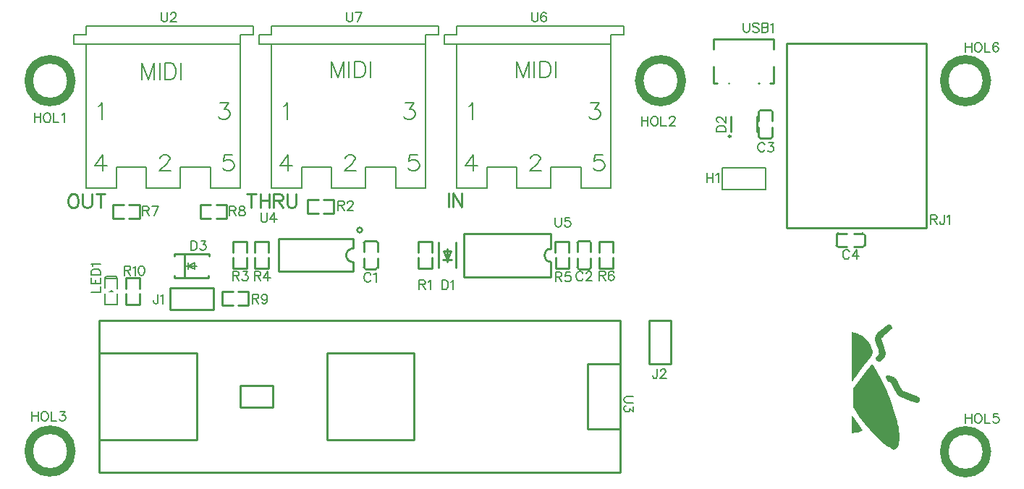
<source format=gto>
G04 Layer: TopSilkLayer*
G04 EasyEDA v6.4.19.5, 2021-06-03T13:00:10+02:00*
G04 3a470d2b41ee429cb137c5c572919131,563db0ff5b334ec4995e7372edb549dc,10*
G04 Gerber Generator version 0.2*
G04 Scale: 100 percent, Rotated: No, Reflected: No *
G04 Dimensions in millimeters *
G04 leading zeros omitted , absolute positions ,4 integer and 5 decimal *
%FSLAX45Y45*%
%MOMM*%

%ADD10C,0.2540*%
%ADD26C,1.0000*%
%ADD32C,0.2032*%
%ADD33C,0.1270*%
%ADD34C,0.1500*%
%ADD35C,0.1524*%
%ADD36C,0.2515*%

%LPD*%
G36*
X11852910Y9902698D02*
G01*
X11851335Y9902240D01*
X11848795Y9901021D01*
X11840921Y9896195D01*
X11830050Y9888728D01*
X11816740Y9879126D01*
X11801703Y9867798D01*
X11771833Y9844176D01*
X11759234Y9833864D01*
X11747855Y9824212D01*
X11737594Y9815118D01*
X11728450Y9806482D01*
X11720423Y9798253D01*
X11713464Y9790277D01*
X11707469Y9782556D01*
X11702542Y9774885D01*
X11698528Y9767265D01*
X11695480Y9759543D01*
X11693347Y9751669D01*
X11692026Y9743541D01*
X11691620Y9735108D01*
X11692026Y9726168D01*
X11693194Y9716770D01*
X11695125Y9706711D01*
X11697766Y9695942D01*
X11701119Y9684410D01*
X11705132Y9672015D01*
X11709755Y9658604D01*
X11722963Y9622129D01*
X11729212Y9603790D01*
X11733784Y9588601D01*
X11735409Y9582048D01*
X11736578Y9576155D01*
X11737390Y9570770D01*
X11737746Y9565944D01*
X11737746Y9561525D01*
X11737289Y9557512D01*
X11736425Y9553803D01*
X11735155Y9550400D01*
X11733479Y9547199D01*
X11731396Y9544151D01*
X11728907Y9541256D01*
X11726011Y9538309D01*
X11713616Y9527946D01*
X11709095Y9523831D01*
X11705488Y9519869D01*
X11702745Y9516059D01*
X11700916Y9512300D01*
X11700002Y9508439D01*
X11699900Y9504375D01*
X11700662Y9500057D01*
X11702237Y9495383D01*
X11704675Y9490252D01*
X11707876Y9484563D01*
X11711889Y9478162D01*
X11715394Y9473285D01*
X11718848Y9469120D01*
X11722404Y9465716D01*
X11726011Y9463024D01*
X11729720Y9461093D01*
X11733530Y9459925D01*
X11737492Y9459518D01*
X11741607Y9459874D01*
X11745874Y9460941D01*
X11750344Y9462820D01*
X11755069Y9465462D01*
X11759996Y9468916D01*
X11765178Y9473082D01*
X11770664Y9478060D01*
X11776456Y9483852D01*
X11786971Y9495332D01*
X11794896Y9504680D01*
X11801602Y9513417D01*
X11807088Y9521748D01*
X11811304Y9529927D01*
X11813032Y9534042D01*
X11814403Y9538208D01*
X11815521Y9542424D01*
X11816334Y9546793D01*
X11816892Y9551263D01*
X11817096Y9560712D01*
X11816791Y9565741D01*
X11815318Y9576562D01*
X11812828Y9588601D01*
X11809222Y9602114D01*
X11804599Y9617252D01*
X11798960Y9634321D01*
X11765940Y9729470D01*
X11765940Y9730638D01*
X11766651Y9732314D01*
X11769902Y9737090D01*
X11775389Y9743541D01*
X11782907Y9751466D01*
X11792153Y9760559D01*
X11802922Y9770618D01*
X11814911Y9781286D01*
X11847118Y9809022D01*
X11858752Y9819690D01*
X11869115Y9829596D01*
X11877903Y9838588D01*
X11884914Y9846360D01*
X11889892Y9852609D01*
X11891467Y9855047D01*
X11892483Y9857079D01*
X11892788Y9858552D01*
X11892229Y9862159D01*
X11890654Y9866376D01*
X11888216Y9870998D01*
X11885117Y9875824D01*
X11881408Y9880752D01*
X11877294Y9885527D01*
X11872976Y9890099D01*
X11868505Y9894163D01*
X11864136Y9897668D01*
X11859971Y9900361D01*
X11856212Y9902088D01*
G37*
G36*
X11416030Y9806482D02*
G01*
X11416131Y9466630D01*
X11416690Y9389364D01*
X11417655Y9323679D01*
X11418976Y9273235D01*
X11419738Y9254845D01*
X11420551Y9241637D01*
X11421414Y9234068D01*
X11422075Y9232290D01*
X11423294Y9233154D01*
X11425682Y9235541D01*
X11433454Y9244584D01*
X11444884Y9258655D01*
X11476228Y9298736D01*
X11515090Y9349638D01*
X11567058Y9418929D01*
X11605666Y9471304D01*
X11636552Y9514230D01*
X11647627Y9530181D01*
X11655044Y9541459D01*
X11657177Y9545116D01*
X11658701Y9548317D01*
X11660022Y9551822D01*
X11661089Y9555530D01*
X11661902Y9559442D01*
X11662816Y9567926D01*
X11662968Y9572498D01*
X11662562Y9582048D01*
X11661292Y9592208D01*
X11659209Y9602876D01*
X11656314Y9613950D01*
X11652707Y9625330D01*
X11648440Y9636912D01*
X11643410Y9648596D01*
X11637822Y9660280D01*
X11631625Y9671913D01*
X11624818Y9683292D01*
X11617553Y9694468D01*
X11609730Y9705238D01*
X11601500Y9715500D01*
X11592864Y9725202D01*
X11584228Y9733788D01*
X11575084Y9741712D01*
X11564924Y9749485D01*
X11553850Y9757003D01*
X11542115Y9764268D01*
X11529822Y9771126D01*
X11517071Y9777526D01*
X11504066Y9783368D01*
X11490960Y9788652D01*
X11477904Y9793224D01*
X11465001Y9797034D01*
X11452453Y9800031D01*
G37*
G36*
X11661089Y9431985D02*
G01*
X11660327Y9431934D01*
X11657838Y9430359D01*
X11654028Y9427006D01*
X11642902Y9415322D01*
X11627662Y9397644D01*
X11609019Y9374936D01*
X11587683Y9347962D01*
X11564315Y9317583D01*
X11440261Y9151213D01*
X11440261Y8930538D01*
X11471503Y8874760D01*
X11481917Y8857284D01*
X11493855Y8838844D01*
X11507063Y8819540D01*
X11521490Y8799474D01*
X11536984Y8778798D01*
X11553393Y8757716D01*
X11575084Y8730894D01*
X11593169Y8709253D01*
X11611813Y8687612D01*
X11630863Y8666073D01*
X11650167Y8644788D01*
X11684304Y8608568D01*
X11703812Y8588705D01*
X11727891Y8564930D01*
X11746788Y8546947D01*
X11765229Y8530082D01*
X11787428Y8510625D01*
X11804396Y8496655D01*
X11820448Y8484158D01*
X11835536Y8473338D01*
X11849506Y8464245D01*
X11859869Y8458200D01*
X11873687Y8450529D01*
X11886438Y8443823D01*
X11897563Y8438337D01*
X11906504Y8434374D01*
X11912600Y8432292D01*
X11914378Y8431987D01*
X11919864Y8433409D01*
X11927484Y8437321D01*
X11936323Y8443112D01*
X11945264Y8450173D01*
X11949226Y8453831D01*
X11952732Y8457590D01*
X11955932Y8461603D01*
X11958777Y8465921D01*
X11961317Y8470646D01*
X11963603Y8475878D01*
X11965686Y8481771D01*
X11967565Y8488375D01*
X11970969Y8504123D01*
X11974068Y8523884D01*
X11975947Y8539937D01*
X11977116Y8556853D01*
X11977624Y8579053D01*
X11977268Y8597646D01*
X11975846Y8621979D01*
X11973966Y8642248D01*
X11970664Y8668562D01*
X11966346Y8695994D01*
X11962130Y8718702D01*
X11957304Y8742019D01*
X11951766Y8765997D01*
X11945620Y8790584D01*
X11938863Y8815781D01*
X11931446Y8841587D01*
X11923369Y8867902D01*
X11914733Y8894826D01*
X11905437Y8922258D01*
X11892940Y8957310D01*
X11879478Y8993124D01*
X11865102Y9029700D01*
X11852910Y9059519D01*
X11840108Y9089745D01*
X11823293Y9128099D01*
X11805259Y9167774D01*
X11781434Y9218168D01*
X11765534Y9250730D01*
X11749836Y9281972D01*
X11734698Y9311386D01*
X11720271Y9338614D01*
X11706809Y9363252D01*
X11694515Y9384741D01*
X11683644Y9402775D01*
X11674449Y9416897D01*
X11667185Y9426600D01*
X11664289Y9429699D01*
X11662003Y9431528D01*
G37*
G36*
X11842546Y9299905D02*
G01*
X11837670Y9299854D01*
X11833453Y9299397D01*
X11829948Y9298584D01*
X11826849Y9297060D01*
X11824411Y9294723D01*
X11822684Y9291828D01*
X11821566Y9288272D01*
X11821058Y9284258D01*
X11821109Y9279890D01*
X11821718Y9275114D01*
X11822785Y9270136D01*
X11824309Y9265005D01*
X11826290Y9259773D01*
X11828678Y9254540D01*
X11831421Y9249410D01*
X11834469Y9244431D01*
X11837822Y9239707D01*
X11841429Y9235287D01*
X11845290Y9231325D01*
X11849303Y9227820D01*
X11853519Y9224873D01*
X11857786Y9222587D01*
X11864746Y9220200D01*
X11867388Y9218879D01*
X11870080Y9217050D01*
X11872874Y9214764D01*
X11875770Y9211919D01*
X11881967Y9204553D01*
X11888774Y9194850D01*
X11896394Y9182658D01*
X11904827Y9167723D01*
X11914276Y9149943D01*
X11958116Y9063532D01*
X12057227Y9022384D01*
X12098426Y9005925D01*
X12115901Y8999321D01*
X12131446Y8993733D01*
X12145213Y8989161D01*
X12157303Y8985554D01*
X12167870Y8982964D01*
X12176963Y8981287D01*
X12184735Y8980576D01*
X12188139Y8980525D01*
X12194133Y8981135D01*
X12196775Y8981744D01*
X12201296Y8983675D01*
X12203226Y8984945D01*
X12206528Y8988094D01*
X12209119Y8992006D01*
X12211202Y8996781D01*
X12212878Y9002268D01*
X12214301Y9008922D01*
X12215063Y9015069D01*
X12215215Y9020708D01*
X12214707Y9025940D01*
X12213590Y9030766D01*
X12211761Y9035186D01*
X12209221Y9039250D01*
X12206020Y9042908D01*
X12202058Y9046260D01*
X12197435Y9049308D01*
X12192050Y9052102D01*
X12013438Y9120327D01*
X11973509Y9199626D01*
X11965635Y9214307D01*
X11957608Y9228226D01*
X11949684Y9241078D01*
X11942064Y9252610D01*
X11934952Y9262364D01*
X11928551Y9270187D01*
X11923064Y9275622D01*
X11920778Y9277400D01*
X11916308Y9280042D01*
X11911228Y9282633D01*
X11905640Y9285173D01*
X11893296Y9289796D01*
X11879986Y9293758D01*
X11866575Y9296857D01*
X11860072Y9298076D01*
X11847982Y9299600D01*
G37*
G36*
X11422430Y8831884D02*
G01*
X11421719Y8831173D01*
X11421008Y8829446D01*
X11420297Y8826754D01*
X11419078Y8818575D01*
X11418062Y8806942D01*
X11417198Y8792159D01*
X11416538Y8774430D01*
X11416030Y8731453D01*
X11416030Y8623655D01*
X11469979Y8629396D01*
X11478615Y8630818D01*
X11486946Y8632545D01*
X11494922Y8634526D01*
X11502542Y8636762D01*
X11509654Y8639200D01*
X11516207Y8641791D01*
X11522252Y8644585D01*
X11527637Y8647480D01*
X11532311Y8650478D01*
X11536273Y8653576D01*
X11539423Y8656675D01*
X11541760Y8659774D01*
X11543131Y8662924D01*
X11543538Y8666022D01*
X11542928Y8669020D01*
X11541150Y8672169D01*
X11531854Y8686038D01*
X11516664Y8707526D01*
X11497665Y8733739D01*
X11471859Y8768689D01*
X11452250Y8794800D01*
X11435892Y8816136D01*
X11423243Y8831580D01*
G37*
D35*
X12750800Y8852915D02*
G01*
X12750800Y8743950D01*
X12823443Y8852915D02*
G01*
X12823443Y8743950D01*
X12750800Y8801100D02*
G01*
X12823443Y8801100D01*
X12888975Y8852915D02*
G01*
X12878561Y8847836D01*
X12868147Y8837421D01*
X12863068Y8827008D01*
X12857734Y8811260D01*
X12857734Y8785352D01*
X12863068Y8769858D01*
X12868147Y8759444D01*
X12878561Y8749029D01*
X12888975Y8743950D01*
X12909804Y8743950D01*
X12920218Y8749029D01*
X12930631Y8759444D01*
X12935711Y8769858D01*
X12941045Y8785352D01*
X12941045Y8811260D01*
X12935711Y8827008D01*
X12930631Y8837421D01*
X12920218Y8847836D01*
X12909804Y8852915D01*
X12888975Y8852915D01*
X12975336Y8852915D02*
G01*
X12975336Y8743950D01*
X12975336Y8743950D02*
G01*
X13037565Y8743950D01*
X13134340Y8852915D02*
G01*
X13082270Y8852915D01*
X13077190Y8806179D01*
X13082270Y8811260D01*
X13097763Y8816594D01*
X13113511Y8816594D01*
X13129006Y8811260D01*
X13139420Y8801100D01*
X13144500Y8785352D01*
X13144500Y8774937D01*
X13139420Y8759444D01*
X13129006Y8749029D01*
X13113511Y8743950D01*
X13097763Y8743950D01*
X13082270Y8749029D01*
X13077190Y8754110D01*
X13071856Y8764524D01*
X12750800Y13196316D02*
G01*
X12750800Y13087350D01*
X12823443Y13196316D02*
G01*
X12823443Y13087350D01*
X12750800Y13144500D02*
G01*
X12823443Y13144500D01*
X12888975Y13196316D02*
G01*
X12878561Y13191236D01*
X12868147Y13180821D01*
X12863068Y13170407D01*
X12857734Y13154660D01*
X12857734Y13128752D01*
X12863068Y13113257D01*
X12868147Y13102844D01*
X12878561Y13092429D01*
X12888975Y13087350D01*
X12909804Y13087350D01*
X12920218Y13092429D01*
X12930631Y13102844D01*
X12935711Y13113257D01*
X12941045Y13128752D01*
X12941045Y13154660D01*
X12935711Y13170407D01*
X12930631Y13180821D01*
X12920218Y13191236D01*
X12909804Y13196316D01*
X12888975Y13196316D01*
X12975336Y13196316D02*
G01*
X12975336Y13087350D01*
X12975336Y13087350D02*
G01*
X13037565Y13087350D01*
X13134340Y13180821D02*
G01*
X13129006Y13191236D01*
X13113511Y13196316D01*
X13103097Y13196316D01*
X13087350Y13191236D01*
X13077190Y13175487D01*
X13071856Y13149579D01*
X13071856Y13123671D01*
X13077190Y13102844D01*
X13087350Y13092429D01*
X13103097Y13087350D01*
X13108177Y13087350D01*
X13123925Y13092429D01*
X13134340Y13102844D01*
X13139420Y13118337D01*
X13139420Y13123671D01*
X13134340Y13139166D01*
X13123925Y13149579D01*
X13108177Y13154660D01*
X13103097Y13154660D01*
X13087350Y13149579D01*
X13077190Y13139166D01*
X13071856Y13123671D01*
X11393665Y10744708D02*
G01*
X11388331Y10755121D01*
X11377917Y10765536D01*
X11367757Y10770615D01*
X11346929Y10770615D01*
X11336515Y10765536D01*
X11326101Y10755121D01*
X11320767Y10744708D01*
X11315687Y10728960D01*
X11315687Y10703052D01*
X11320767Y10687558D01*
X11326101Y10677144D01*
X11336515Y10666729D01*
X11346929Y10661650D01*
X11367757Y10661650D01*
X11377917Y10666729D01*
X11388331Y10677144D01*
X11393665Y10687558D01*
X11479771Y10770615D02*
G01*
X11427955Y10697971D01*
X11505933Y10697971D01*
X11479771Y10770615D02*
G01*
X11479771Y10661650D01*
X12344412Y11177023D02*
G01*
X12344412Y11068057D01*
X12344412Y11177023D02*
G01*
X12391146Y11177023D01*
X12406642Y11171943D01*
X12411976Y11166609D01*
X12417056Y11156195D01*
X12417056Y11145781D01*
X12411976Y11135367D01*
X12406642Y11130287D01*
X12391146Y11125207D01*
X12344412Y11125207D01*
X12380729Y11125207D02*
G01*
X12417056Y11068057D01*
X12503414Y11177023D02*
G01*
X12503414Y11093965D01*
X12498080Y11078217D01*
X12492997Y11073137D01*
X12482583Y11068057D01*
X12472174Y11068057D01*
X12461760Y11073137D01*
X12456678Y11078217D01*
X12451344Y11093965D01*
X12451344Y11104379D01*
X12537706Y11156195D02*
G01*
X12548115Y11161529D01*
X12563612Y11177023D01*
X12563612Y11068057D01*
X8865615Y9055100D02*
G01*
X8787638Y9055100D01*
X8772143Y9050020D01*
X8761729Y9039605D01*
X8756650Y9023858D01*
X8756650Y9013444D01*
X8761729Y8997950D01*
X8772143Y8987536D01*
X8787638Y8982455D01*
X8865615Y8982455D01*
X8865615Y8937752D02*
G01*
X8865615Y8880602D01*
X8823959Y8911589D01*
X8823959Y8896095D01*
X8818879Y8885681D01*
X8813800Y8880602D01*
X8798052Y8875268D01*
X8787638Y8875268D01*
X8772143Y8880602D01*
X8761729Y8891015D01*
X8756650Y8906510D01*
X8756650Y8922004D01*
X8761729Y8937752D01*
X8766809Y8942831D01*
X8777224Y8948165D01*
X10154000Y13426168D02*
G01*
X10154000Y13348190D01*
X10159080Y13332696D01*
X10169494Y13322282D01*
X10185242Y13317202D01*
X10195656Y13317202D01*
X10211150Y13322282D01*
X10221564Y13332696D01*
X10226644Y13348190D01*
X10226644Y13426168D01*
X10333832Y13410674D02*
G01*
X10323418Y13421088D01*
X10307670Y13426168D01*
X10287096Y13426168D01*
X10271348Y13421088D01*
X10260934Y13410674D01*
X10260934Y13400260D01*
X10266268Y13389846D01*
X10271348Y13384512D01*
X10281762Y13379432D01*
X10313004Y13369018D01*
X10323418Y13363938D01*
X10328498Y13358604D01*
X10333832Y13348190D01*
X10333832Y13332696D01*
X10323418Y13322282D01*
X10307670Y13317202D01*
X10287096Y13317202D01*
X10271348Y13322282D01*
X10260934Y13332696D01*
X10368122Y13426168D02*
G01*
X10368122Y13317202D01*
X10368122Y13426168D02*
G01*
X10414858Y13426168D01*
X10430352Y13421088D01*
X10435686Y13415754D01*
X10440766Y13405340D01*
X10440766Y13394926D01*
X10435686Y13384512D01*
X10430352Y13379432D01*
X10414858Y13374352D01*
X10368122Y13374352D02*
G01*
X10414858Y13374352D01*
X10430352Y13369018D01*
X10435686Y13363938D01*
X10440766Y13353524D01*
X10440766Y13337776D01*
X10435686Y13327362D01*
X10430352Y13322282D01*
X10414858Y13317202D01*
X10368122Y13317202D01*
X10475056Y13405340D02*
G01*
X10485470Y13410674D01*
X10500964Y13426168D01*
X10500964Y13317202D01*
D32*
X7498097Y12979123D02*
G01*
X7498097Y12785321D01*
X7498097Y12979123D02*
G01*
X7572011Y12785321D01*
X7645925Y12979123D02*
G01*
X7572011Y12785321D01*
X7645925Y12979123D02*
G01*
X7645925Y12785321D01*
X7706885Y12979123D02*
G01*
X7706885Y12785321D01*
X7767845Y12979123D02*
G01*
X7767845Y12785321D01*
X7767845Y12979123D02*
G01*
X7832361Y12979123D01*
X7860047Y12969979D01*
X7878589Y12951437D01*
X7887987Y12933149D01*
X7897131Y12905209D01*
X7897131Y12859235D01*
X7887987Y12831549D01*
X7878589Y12813007D01*
X7860047Y12794465D01*
X7832361Y12785321D01*
X7767845Y12785321D01*
X7958091Y12979123D02*
G01*
X7958091Y12785321D01*
D36*
X6701599Y11434063D02*
G01*
X6701599Y11274044D01*
X6751891Y11434063D02*
G01*
X6751891Y11274044D01*
X6751891Y11434063D02*
G01*
X6858571Y11274044D01*
X6858571Y11434063D02*
G01*
X6858571Y11274044D01*
D32*
X8367539Y12490175D02*
G01*
X8469139Y12490175D01*
X8413767Y12416261D01*
X8441453Y12416261D01*
X8459741Y12407117D01*
X8469139Y12397973D01*
X8478283Y12370287D01*
X8478283Y12351745D01*
X8469139Y12324059D01*
X8450597Y12305517D01*
X8422911Y12296373D01*
X8395225Y12296373D01*
X8367539Y12305517D01*
X8358141Y12314661D01*
X8348997Y12333203D01*
X6939297Y12453345D02*
G01*
X6957839Y12462489D01*
X6985525Y12490175D01*
X6985525Y12296373D01*
X8510541Y11886925D02*
G01*
X8418339Y11886925D01*
X8408941Y11803867D01*
X8418339Y11813011D01*
X8446025Y11822409D01*
X8473711Y11822409D01*
X8501397Y11813011D01*
X8519939Y11794723D01*
X8529083Y11767037D01*
X8529083Y11748495D01*
X8519939Y11720809D01*
X8501397Y11702267D01*
X8473711Y11693123D01*
X8446025Y11693123D01*
X8418339Y11702267D01*
X8408941Y11711411D01*
X8399797Y11729953D01*
X7664216Y11840951D02*
G01*
X7664216Y11850095D01*
X7673614Y11868637D01*
X7682758Y11877781D01*
X7701300Y11886925D01*
X7738130Y11886925D01*
X7756672Y11877781D01*
X7765816Y11868637D01*
X7775214Y11850095D01*
X7775214Y11831553D01*
X7765816Y11813011D01*
X7747528Y11785325D01*
X7655072Y11693123D01*
X7784358Y11693123D01*
X6993653Y11886925D02*
G01*
X6901197Y11757639D01*
X7039627Y11757639D01*
X6993653Y11886925D02*
G01*
X6993653Y11693123D01*
D35*
X7675900Y13550115D02*
G01*
X7675900Y13472137D01*
X7680980Y13456643D01*
X7691394Y13446229D01*
X7707139Y13441149D01*
X7717556Y13441149D01*
X7733050Y13446229D01*
X7743464Y13456643D01*
X7748544Y13472137D01*
X7748544Y13550115D01*
X7845318Y13534621D02*
G01*
X7839984Y13545035D01*
X7824490Y13550115D01*
X7814076Y13550115D01*
X7798582Y13545035D01*
X7788168Y13529287D01*
X7782834Y13503379D01*
X7782834Y13477471D01*
X7788168Y13456643D01*
X7798582Y13446229D01*
X7814076Y13441149D01*
X7819410Y13441149D01*
X7834904Y13446229D01*
X7845318Y13456643D01*
X7850398Y13472137D01*
X7850398Y13477471D01*
X7845318Y13492965D01*
X7834904Y13503379D01*
X7819410Y13508459D01*
X7814076Y13508459D01*
X7798582Y13503379D01*
X7788168Y13492965D01*
X7782834Y13477471D01*
D32*
X5330596Y12979123D02*
G01*
X5330596Y12785321D01*
X5330596Y12979123D02*
G01*
X5404510Y12785321D01*
X5478424Y12979123D02*
G01*
X5404510Y12785321D01*
X5478424Y12979123D02*
G01*
X5478424Y12785321D01*
X5539384Y12979123D02*
G01*
X5539384Y12785321D01*
X5600344Y12979123D02*
G01*
X5600344Y12785321D01*
X5600344Y12979123D02*
G01*
X5664860Y12979123D01*
X5692546Y12969979D01*
X5711088Y12951437D01*
X5720486Y12933149D01*
X5729630Y12905209D01*
X5729630Y12859235D01*
X5720486Y12831549D01*
X5711088Y12813007D01*
X5692546Y12794465D01*
X5664860Y12785321D01*
X5600344Y12785321D01*
X5790590Y12979123D02*
G01*
X5790590Y12785321D01*
D36*
X4395688Y11421409D02*
G01*
X4395688Y11261389D01*
X4342348Y11421409D02*
G01*
X4449028Y11421409D01*
X4499320Y11421409D02*
G01*
X4499320Y11261389D01*
X4606000Y11421409D02*
G01*
X4606000Y11261389D01*
X4499320Y11345209D02*
G01*
X4606000Y11345209D01*
X4656292Y11421409D02*
G01*
X4656292Y11261389D01*
X4656292Y11421409D02*
G01*
X4724872Y11421409D01*
X4747732Y11413789D01*
X4755352Y11406169D01*
X4762972Y11390929D01*
X4762972Y11375689D01*
X4755352Y11360449D01*
X4747732Y11352829D01*
X4724872Y11345209D01*
X4656292Y11345209D01*
X4709632Y11345209D02*
G01*
X4762972Y11261389D01*
X4813264Y11421409D02*
G01*
X4813264Y11307109D01*
X4820884Y11284249D01*
X4836124Y11269009D01*
X4858984Y11261389D01*
X4874224Y11261389D01*
X4897084Y11269009D01*
X4912324Y11284249D01*
X4919944Y11307109D01*
X4919944Y11421409D01*
D32*
X6200038Y12490175D02*
G01*
X6301638Y12490175D01*
X6246266Y12416261D01*
X6273952Y12416261D01*
X6292240Y12407117D01*
X6301638Y12397973D01*
X6310782Y12370287D01*
X6310782Y12351745D01*
X6301638Y12324059D01*
X6283096Y12305517D01*
X6255410Y12296373D01*
X6227724Y12296373D01*
X6200038Y12305517D01*
X6190640Y12314661D01*
X6181496Y12333203D01*
X4771796Y12453345D02*
G01*
X4790338Y12462489D01*
X4818024Y12490175D01*
X4818024Y12296373D01*
X6343040Y11886925D02*
G01*
X6250838Y11886925D01*
X6241440Y11803867D01*
X6250838Y11813011D01*
X6278524Y11822409D01*
X6306210Y11822409D01*
X6333896Y11813011D01*
X6352438Y11794723D01*
X6361582Y11767037D01*
X6361582Y11748495D01*
X6352438Y11720809D01*
X6333896Y11702267D01*
X6306210Y11693123D01*
X6278524Y11693123D01*
X6250838Y11702267D01*
X6241440Y11711411D01*
X6232296Y11729953D01*
X5496714Y11840951D02*
G01*
X5496714Y11850095D01*
X5506112Y11868637D01*
X5515256Y11877781D01*
X5533798Y11886925D01*
X5570628Y11886925D01*
X5589170Y11877781D01*
X5598314Y11868637D01*
X5607712Y11850095D01*
X5607712Y11831553D01*
X5598314Y11813011D01*
X5580026Y11785325D01*
X5487570Y11693123D01*
X5616856Y11693123D01*
X4826152Y11886925D02*
G01*
X4733696Y11757639D01*
X4872126Y11757639D01*
X4826152Y11886925D02*
G01*
X4826152Y11693123D01*
D35*
X5508398Y13550115D02*
G01*
X5508398Y13472137D01*
X5513478Y13456643D01*
X5523892Y13446229D01*
X5539640Y13441149D01*
X5550054Y13441149D01*
X5565548Y13446229D01*
X5575962Y13456643D01*
X5581042Y13472137D01*
X5581042Y13550115D01*
X5688230Y13550115D02*
G01*
X5636160Y13441149D01*
X5615332Y13550115D02*
G01*
X5688230Y13550115D01*
D32*
X3113996Y12955524D02*
G01*
X3113996Y12761721D01*
X3113996Y12955524D02*
G01*
X3187910Y12761721D01*
X3261824Y12955524D02*
G01*
X3187910Y12761721D01*
X3261824Y12955524D02*
G01*
X3261824Y12761721D01*
X3322784Y12955524D02*
G01*
X3322784Y12761721D01*
X3383744Y12955524D02*
G01*
X3383744Y12761721D01*
X3383744Y12955524D02*
G01*
X3448260Y12955524D01*
X3475946Y12946379D01*
X3494488Y12927837D01*
X3503886Y12909550D01*
X3513030Y12881610D01*
X3513030Y12835636D01*
X3503886Y12807950D01*
X3494488Y12789408D01*
X3475946Y12770865D01*
X3448260Y12761721D01*
X3383744Y12761721D01*
X3573990Y12955524D02*
G01*
X3573990Y12761721D01*
D36*
X2295547Y11421386D02*
G01*
X2280307Y11413766D01*
X2265067Y11398526D01*
X2257447Y11383286D01*
X2249827Y11360426D01*
X2249827Y11322326D01*
X2257447Y11299466D01*
X2265067Y11284226D01*
X2280307Y11268986D01*
X2295547Y11261366D01*
X2326027Y11261366D01*
X2341267Y11268986D01*
X2356507Y11284226D01*
X2364127Y11299466D01*
X2371747Y11322326D01*
X2371747Y11360426D01*
X2364127Y11383286D01*
X2356507Y11398526D01*
X2341267Y11413766D01*
X2326027Y11421386D01*
X2295547Y11421386D01*
X2422039Y11421386D02*
G01*
X2422039Y11307086D01*
X2429659Y11284226D01*
X2444899Y11268986D01*
X2467759Y11261366D01*
X2482999Y11261366D01*
X2505859Y11268986D01*
X2521099Y11284226D01*
X2528719Y11307086D01*
X2528719Y11421386D01*
X2632351Y11421386D02*
G01*
X2632351Y11261366D01*
X2579011Y11421386D02*
G01*
X2685691Y11421386D01*
D32*
X4032539Y12490175D02*
G01*
X4134139Y12490175D01*
X4078767Y12416261D01*
X4106453Y12416261D01*
X4124741Y12407117D01*
X4134139Y12397973D01*
X4143283Y12370287D01*
X4143283Y12351745D01*
X4134139Y12324059D01*
X4115597Y12305517D01*
X4087911Y12296373D01*
X4060225Y12296373D01*
X4032539Y12305517D01*
X4023141Y12314661D01*
X4013997Y12333203D01*
X2604297Y12453345D02*
G01*
X2622839Y12462489D01*
X2650525Y12490175D01*
X2650525Y12296373D01*
X4175541Y11886925D02*
G01*
X4083339Y11886925D01*
X4073941Y11803867D01*
X4083339Y11813011D01*
X4111025Y11822409D01*
X4138711Y11822409D01*
X4166397Y11813011D01*
X4184939Y11794723D01*
X4194083Y11767037D01*
X4194083Y11748495D01*
X4184939Y11720809D01*
X4166397Y11702267D01*
X4138711Y11693123D01*
X4111025Y11693123D01*
X4083339Y11702267D01*
X4073941Y11711411D01*
X4064797Y11729953D01*
X3329216Y11840951D02*
G01*
X3329216Y11850095D01*
X3338614Y11868637D01*
X3347758Y11877781D01*
X3366300Y11886925D01*
X3403130Y11886925D01*
X3421672Y11877781D01*
X3430816Y11868637D01*
X3440214Y11850095D01*
X3440214Y11831553D01*
X3430816Y11813011D01*
X3412528Y11785325D01*
X3320072Y11693123D01*
X3449358Y11693123D01*
X2658653Y11886925D02*
G01*
X2566197Y11757639D01*
X2704627Y11757639D01*
X2658653Y11886925D02*
G01*
X2658653Y11693123D01*
D35*
X3340900Y13550115D02*
G01*
X3340900Y13472137D01*
X3345980Y13456643D01*
X3356394Y13446229D01*
X3372142Y13441149D01*
X3382556Y13441149D01*
X3398050Y13446229D01*
X3408464Y13456643D01*
X3413544Y13472137D01*
X3413544Y13550115D01*
X3453168Y13524207D02*
G01*
X3453168Y13529287D01*
X3458248Y13539701D01*
X3463582Y13545035D01*
X3473996Y13550115D01*
X3494570Y13550115D01*
X3504984Y13545035D01*
X3510318Y13539701D01*
X3515398Y13529287D01*
X3515398Y13518873D01*
X3510318Y13508459D01*
X3499904Y13492965D01*
X3447834Y13441149D01*
X3520732Y13441149D01*
X7951299Y11147717D02*
G01*
X7951299Y11069739D01*
X7956379Y11054245D01*
X7966793Y11043831D01*
X7982541Y11038751D01*
X7992955Y11038751D01*
X8008449Y11043831D01*
X8018863Y11054245D01*
X8023943Y11069739D01*
X8023943Y11147717D01*
X8120717Y11147717D02*
G01*
X8068647Y11147717D01*
X8063567Y11100981D01*
X8068647Y11106061D01*
X8084395Y11111395D01*
X8099889Y11111395D01*
X8115383Y11106061D01*
X8125797Y11095901D01*
X8131131Y11080153D01*
X8131131Y11069739D01*
X8125797Y11054245D01*
X8115383Y11043831D01*
X8099889Y11038751D01*
X8084395Y11038751D01*
X8068647Y11043831D01*
X8063567Y11048911D01*
X8058233Y11059325D01*
X1857900Y12370815D02*
G01*
X1857900Y12261850D01*
X1930544Y12370815D02*
G01*
X1930544Y12261850D01*
X1857900Y12319000D02*
G01*
X1930544Y12319000D01*
X1996076Y12370815D02*
G01*
X1985662Y12365736D01*
X1975248Y12355321D01*
X1970168Y12344908D01*
X1964834Y12329160D01*
X1964834Y12303252D01*
X1970168Y12287758D01*
X1975248Y12277344D01*
X1985662Y12266929D01*
X1996076Y12261850D01*
X2016904Y12261850D01*
X2027318Y12266929D01*
X2037732Y12277344D01*
X2042812Y12287758D01*
X2048146Y12303252D01*
X2048146Y12329160D01*
X2042812Y12344908D01*
X2037732Y12355321D01*
X2027318Y12365736D01*
X2016904Y12370815D01*
X1996076Y12370815D01*
X2082436Y12370815D02*
G01*
X2082436Y12261850D01*
X2082436Y12261850D02*
G01*
X2144666Y12261850D01*
X2178956Y12349987D02*
G01*
X2189370Y12355321D01*
X2204864Y12370815D01*
X2204864Y12261850D01*
X8963101Y12333516D02*
G01*
X8963101Y12224550D01*
X9035745Y12333516D02*
G01*
X9035745Y12224550D01*
X8963101Y12281700D02*
G01*
X9035745Y12281700D01*
X9101277Y12333516D02*
G01*
X9090863Y12328436D01*
X9080449Y12318022D01*
X9075369Y12307608D01*
X9070035Y12291860D01*
X9070035Y12265952D01*
X9075369Y12250458D01*
X9080449Y12240044D01*
X9090863Y12229630D01*
X9101277Y12224550D01*
X9122105Y12224550D01*
X9132519Y12229630D01*
X9142933Y12240044D01*
X9148013Y12250458D01*
X9153347Y12265952D01*
X9153347Y12291860D01*
X9148013Y12307608D01*
X9142933Y12318022D01*
X9132519Y12328436D01*
X9122105Y12333516D01*
X9101277Y12333516D01*
X9187637Y12333516D02*
G01*
X9187637Y12224550D01*
X9187637Y12224550D02*
G01*
X9249867Y12224550D01*
X9289491Y12307608D02*
G01*
X9289491Y12312688D01*
X9294571Y12323102D01*
X9299651Y12328436D01*
X9310065Y12333516D01*
X9330893Y12333516D01*
X9341307Y12328436D01*
X9346641Y12323102D01*
X9351721Y12312688D01*
X9351721Y12302274D01*
X9346641Y12291860D01*
X9336227Y12276366D01*
X9284157Y12224550D01*
X9356801Y12224550D01*
X1828800Y8878315D02*
G01*
X1828800Y8769350D01*
X1901444Y8878315D02*
G01*
X1901444Y8769350D01*
X1828800Y8826500D02*
G01*
X1901444Y8826500D01*
X1966975Y8878315D02*
G01*
X1956561Y8873236D01*
X1946147Y8862821D01*
X1941068Y8852408D01*
X1935734Y8836660D01*
X1935734Y8810752D01*
X1941068Y8795258D01*
X1946147Y8784844D01*
X1956561Y8774429D01*
X1966975Y8769350D01*
X1987804Y8769350D01*
X1998218Y8774429D01*
X2008631Y8784844D01*
X2013711Y8795258D01*
X2019045Y8810752D01*
X2019045Y8836660D01*
X2013711Y8852408D01*
X2008631Y8862821D01*
X1998218Y8873236D01*
X1987804Y8878315D01*
X1966975Y8878315D01*
X2053336Y8878315D02*
G01*
X2053336Y8769350D01*
X2053336Y8769350D02*
G01*
X2115565Y8769350D01*
X2160270Y8878315D02*
G01*
X2217420Y8878315D01*
X2186177Y8836660D01*
X2201925Y8836660D01*
X2212340Y8831579D01*
X2217420Y8826500D01*
X2222500Y8810752D01*
X2222500Y8800337D01*
X2217420Y8784844D01*
X2207006Y8774429D01*
X2191511Y8769350D01*
X2175763Y8769350D01*
X2160270Y8774429D01*
X2155190Y8779510D01*
X2149856Y8789924D01*
X4508500Y11202415D02*
G01*
X4508500Y11124437D01*
X4513579Y11108944D01*
X4523993Y11098529D01*
X4539741Y11093450D01*
X4550156Y11093450D01*
X4565650Y11098529D01*
X4576063Y11108944D01*
X4581143Y11124437D01*
X4581143Y11202415D01*
X4667504Y11202415D02*
G01*
X4615434Y11129771D01*
X4693411Y11129771D01*
X4667504Y11202415D02*
G01*
X4667504Y11093450D01*
X6358199Y10415015D02*
G01*
X6358199Y10306050D01*
X6358199Y10415015D02*
G01*
X6404935Y10415015D01*
X6420429Y10409936D01*
X6425763Y10404602D01*
X6430843Y10394187D01*
X6430843Y10383774D01*
X6425763Y10373360D01*
X6420429Y10368279D01*
X6404935Y10363200D01*
X6358199Y10363200D01*
X6394521Y10363200D02*
G01*
X6430843Y10306050D01*
X6465133Y10394187D02*
G01*
X6475547Y10399521D01*
X6491295Y10415015D01*
X6491295Y10306050D01*
X5410200Y11342115D02*
G01*
X5410200Y11233150D01*
X5410200Y11342115D02*
G01*
X5456936Y11342115D01*
X5472429Y11337036D01*
X5477763Y11331702D01*
X5482843Y11321287D01*
X5482843Y11310874D01*
X5477763Y11300460D01*
X5472429Y11295379D01*
X5456936Y11290300D01*
X5410200Y11290300D01*
X5446522Y11290300D02*
G01*
X5482843Y11233150D01*
X5522468Y11316208D02*
G01*
X5522468Y11321287D01*
X5527547Y11331702D01*
X5532881Y11337036D01*
X5543295Y11342115D01*
X5563870Y11342115D01*
X5574284Y11337036D01*
X5579618Y11331702D01*
X5584697Y11321287D01*
X5584697Y11310874D01*
X5579618Y11300460D01*
X5569204Y11284965D01*
X5517134Y11233150D01*
X5590031Y11233150D01*
X4178300Y10516615D02*
G01*
X4178300Y10407650D01*
X4178300Y10516615D02*
G01*
X4225036Y10516615D01*
X4240529Y10511536D01*
X4245863Y10506202D01*
X4250943Y10495787D01*
X4250943Y10485374D01*
X4245863Y10474960D01*
X4240529Y10469879D01*
X4225036Y10464800D01*
X4178300Y10464800D01*
X4214622Y10464800D02*
G01*
X4250943Y10407650D01*
X4295647Y10516615D02*
G01*
X4352797Y10516615D01*
X4321809Y10474960D01*
X4337304Y10474960D01*
X4347718Y10469879D01*
X4352797Y10464800D01*
X4358131Y10449052D01*
X4358131Y10438637D01*
X4352797Y10423144D01*
X4342384Y10412729D01*
X4326890Y10407650D01*
X4311395Y10407650D01*
X4295647Y10412729D01*
X4290568Y10417810D01*
X4285234Y10428224D01*
X4432300Y10516615D02*
G01*
X4432300Y10407650D01*
X4432300Y10516615D02*
G01*
X4479036Y10516615D01*
X4494529Y10511536D01*
X4499863Y10506202D01*
X4504943Y10495787D01*
X4504943Y10485374D01*
X4499863Y10474960D01*
X4494529Y10469879D01*
X4479036Y10464800D01*
X4432300Y10464800D01*
X4468622Y10464800D02*
G01*
X4504943Y10407650D01*
X4591304Y10516615D02*
G01*
X4539234Y10443971D01*
X4617211Y10443971D01*
X4591304Y10516615D02*
G01*
X4591304Y10407650D01*
X7956301Y10507814D02*
G01*
X7956301Y10398848D01*
X7956301Y10507814D02*
G01*
X8003037Y10507814D01*
X8018531Y10502734D01*
X8023865Y10497400D01*
X8028945Y10486986D01*
X8028945Y10476572D01*
X8023865Y10466158D01*
X8018531Y10461078D01*
X8003037Y10455998D01*
X7956301Y10455998D01*
X7992623Y10455998D02*
G01*
X8028945Y10398848D01*
X8125719Y10507814D02*
G01*
X8073649Y10507814D01*
X8068569Y10461078D01*
X8073649Y10466158D01*
X8089397Y10471492D01*
X8104891Y10471492D01*
X8120385Y10466158D01*
X8130799Y10455998D01*
X8136133Y10440250D01*
X8136133Y10429836D01*
X8130799Y10414342D01*
X8120385Y10403928D01*
X8104891Y10398848D01*
X8089397Y10398848D01*
X8073649Y10403928D01*
X8068569Y10409008D01*
X8063235Y10419422D01*
X8466300Y10520514D02*
G01*
X8466300Y10411548D01*
X8466300Y10520514D02*
G01*
X8513036Y10520514D01*
X8528530Y10515434D01*
X8533864Y10510100D01*
X8538944Y10499686D01*
X8538944Y10489272D01*
X8533864Y10478858D01*
X8528530Y10473778D01*
X8513036Y10468698D01*
X8466300Y10468698D01*
X8502622Y10468698D02*
G01*
X8538944Y10411548D01*
X8635718Y10505020D02*
G01*
X8630384Y10515434D01*
X8614890Y10520514D01*
X8604476Y10520514D01*
X8588982Y10515434D01*
X8578568Y10499686D01*
X8573234Y10473778D01*
X8573234Y10447870D01*
X8578568Y10427042D01*
X8588982Y10416628D01*
X8604476Y10411548D01*
X8609810Y10411548D01*
X8625304Y10416628D01*
X8635718Y10427042D01*
X8640798Y10442536D01*
X8640798Y10447870D01*
X8635718Y10463364D01*
X8625304Y10473778D01*
X8609810Y10478858D01*
X8604476Y10478858D01*
X8588982Y10473778D01*
X8578568Y10463364D01*
X8573234Y10447870D01*
X3126201Y11278615D02*
G01*
X3126201Y11169650D01*
X3126201Y11278615D02*
G01*
X3172937Y11278615D01*
X3188431Y11273536D01*
X3193765Y11268202D01*
X3198845Y11257787D01*
X3198845Y11247374D01*
X3193765Y11236960D01*
X3188431Y11231879D01*
X3172937Y11226800D01*
X3126201Y11226800D01*
X3162523Y11226800D02*
G01*
X3198845Y11169650D01*
X3306033Y11278615D02*
G01*
X3253963Y11169650D01*
X3233135Y11278615D02*
G01*
X3306033Y11278615D01*
X4142198Y11278615D02*
G01*
X4142198Y11169650D01*
X4142198Y11278615D02*
G01*
X4188934Y11278615D01*
X4204428Y11273536D01*
X4209762Y11268202D01*
X4214842Y11257787D01*
X4214842Y11247374D01*
X4209762Y11236960D01*
X4204428Y11231879D01*
X4188934Y11226800D01*
X4142198Y11226800D01*
X4178520Y11226800D02*
G01*
X4214842Y11169650D01*
X4275294Y11278615D02*
G01*
X4259546Y11273536D01*
X4254466Y11263121D01*
X4254466Y11252708D01*
X4259546Y11242294D01*
X4269960Y11236960D01*
X4290788Y11231879D01*
X4306282Y11226800D01*
X4316696Y11216386D01*
X4322030Y11205971D01*
X4322030Y11190224D01*
X4316696Y11179810D01*
X4311616Y11174729D01*
X4295868Y11169650D01*
X4275294Y11169650D01*
X4259546Y11174729D01*
X4254466Y11179810D01*
X4249132Y11190224D01*
X4249132Y11205971D01*
X4254466Y11216386D01*
X4264880Y11226800D01*
X4280374Y11231879D01*
X4301202Y11236960D01*
X4311616Y11242294D01*
X4316696Y11252708D01*
X4316696Y11263121D01*
X4311616Y11273536D01*
X4295868Y11278615D01*
X4275294Y11278615D01*
X4406900Y10249915D02*
G01*
X4406900Y10140950D01*
X4406900Y10249915D02*
G01*
X4453636Y10249915D01*
X4469129Y10244836D01*
X4474463Y10239502D01*
X4479543Y10229087D01*
X4479543Y10218674D01*
X4474463Y10208260D01*
X4469129Y10203179D01*
X4453636Y10198100D01*
X4406900Y10198100D01*
X4443222Y10198100D02*
G01*
X4479543Y10140950D01*
X4581397Y10213594D02*
G01*
X4576318Y10198100D01*
X4565904Y10187686D01*
X4550409Y10182352D01*
X4545075Y10182352D01*
X4529581Y10187686D01*
X4519168Y10198100D01*
X4513834Y10213594D01*
X4513834Y10218674D01*
X4519168Y10234421D01*
X4529581Y10244836D01*
X4545075Y10249915D01*
X4550409Y10249915D01*
X4565904Y10244836D01*
X4576318Y10234421D01*
X4581397Y10213594D01*
X4581397Y10187686D01*
X4576318Y10161524D01*
X4565904Y10146029D01*
X4550409Y10140950D01*
X4539995Y10140950D01*
X4524247Y10146029D01*
X4519168Y10156444D01*
X6624899Y10415015D02*
G01*
X6624899Y10306050D01*
X6624899Y10415015D02*
G01*
X6661221Y10415015D01*
X6676969Y10409936D01*
X6687129Y10399521D01*
X6692463Y10389108D01*
X6697543Y10373360D01*
X6697543Y10347452D01*
X6692463Y10331958D01*
X6687129Y10321544D01*
X6676969Y10311129D01*
X6661221Y10306050D01*
X6624899Y10306050D01*
X6731833Y10394187D02*
G01*
X6742247Y10399521D01*
X6757995Y10415015D01*
X6757995Y10306050D01*
X3303270Y10249915D02*
G01*
X3303270Y10166858D01*
X3297936Y10151110D01*
X3292856Y10146029D01*
X3282441Y10140950D01*
X3272027Y10140950D01*
X3261613Y10146029D01*
X3256279Y10151110D01*
X3251200Y10166858D01*
X3251200Y10177271D01*
X3337559Y10229087D02*
G01*
X3347720Y10234421D01*
X3363468Y10249915D01*
X3363468Y10140950D01*
X9143169Y9373516D02*
G01*
X9143169Y9290458D01*
X9137835Y9274710D01*
X9132755Y9269630D01*
X9122341Y9264550D01*
X9111927Y9264550D01*
X9101513Y9269630D01*
X9096179Y9274710D01*
X9091099Y9290458D01*
X9091099Y9300872D01*
X9182539Y9347608D02*
G01*
X9182539Y9352688D01*
X9187619Y9363102D01*
X9192953Y9368436D01*
X9203367Y9373516D01*
X9224195Y9373516D01*
X9234609Y9368436D01*
X9239689Y9363102D01*
X9244769Y9352688D01*
X9244769Y9342274D01*
X9239689Y9331860D01*
X9229275Y9316366D01*
X9177459Y9264550D01*
X9250103Y9264550D01*
X3687340Y10875617D02*
G01*
X3687340Y10766651D01*
X3687340Y10875617D02*
G01*
X3723662Y10875617D01*
X3739410Y10870537D01*
X3749570Y10860123D01*
X3754904Y10849709D01*
X3759984Y10833961D01*
X3759984Y10808053D01*
X3754904Y10792559D01*
X3749570Y10782145D01*
X3739410Y10771731D01*
X3723662Y10766651D01*
X3687340Y10766651D01*
X3804688Y10875617D02*
G01*
X3861838Y10875617D01*
X3830850Y10833961D01*
X3846344Y10833961D01*
X3856758Y10828881D01*
X3861838Y10823801D01*
X3867172Y10808053D01*
X3867172Y10797639D01*
X3861838Y10782145D01*
X3851424Y10771731D01*
X3835930Y10766651D01*
X3820436Y10766651D01*
X3804688Y10771731D01*
X3799608Y10776811D01*
X3794274Y10787225D01*
X2520381Y10277025D02*
G01*
X2629347Y10277025D01*
X2629347Y10277025D02*
G01*
X2629347Y10339255D01*
X2520381Y10373545D02*
G01*
X2629347Y10373545D01*
X2520381Y10373545D02*
G01*
X2520381Y10441109D01*
X2572197Y10373545D02*
G01*
X2572197Y10415201D01*
X2629347Y10373545D02*
G01*
X2629347Y10441109D01*
X2520381Y10475399D02*
G01*
X2629347Y10475399D01*
X2520381Y10475399D02*
G01*
X2520381Y10511975D01*
X2525461Y10527469D01*
X2535875Y10537883D01*
X2546289Y10542963D01*
X2562037Y10548297D01*
X2587945Y10548297D01*
X2603439Y10542963D01*
X2613853Y10537883D01*
X2624267Y10527469D01*
X2629347Y10511975D01*
X2629347Y10475399D01*
X2541209Y10582587D02*
G01*
X2535875Y10593001D01*
X2520381Y10608495D01*
X2629347Y10608495D01*
X2908310Y10580115D02*
G01*
X2908310Y10471150D01*
X2908310Y10580115D02*
G01*
X2955046Y10580115D01*
X2970540Y10575036D01*
X2975874Y10569702D01*
X2980954Y10559287D01*
X2980954Y10548874D01*
X2975874Y10538460D01*
X2970540Y10533379D01*
X2955046Y10528300D01*
X2908310Y10528300D01*
X2944632Y10528300D02*
G01*
X2980954Y10471150D01*
X3015244Y10559287D02*
G01*
X3025658Y10564621D01*
X3041406Y10580115D01*
X3041406Y10471150D01*
X3106684Y10580115D02*
G01*
X3091190Y10575036D01*
X3080776Y10559287D01*
X3075696Y10533379D01*
X3075696Y10517886D01*
X3080776Y10491724D01*
X3091190Y10476229D01*
X3106684Y10471150D01*
X3117098Y10471150D01*
X3132846Y10476229D01*
X3143260Y10491724D01*
X3148340Y10517886D01*
X3148340Y10533379D01*
X3143260Y10559287D01*
X3132846Y10575036D01*
X3117098Y10580115D01*
X3106684Y10580115D01*
X5792977Y10478008D02*
G01*
X5787643Y10488421D01*
X5777229Y10498836D01*
X5767070Y10503915D01*
X5746241Y10503915D01*
X5735827Y10498836D01*
X5725413Y10488421D01*
X5720079Y10478008D01*
X5715000Y10462260D01*
X5715000Y10436352D01*
X5720079Y10420858D01*
X5725413Y10410444D01*
X5735827Y10400029D01*
X5746241Y10394950D01*
X5767070Y10394950D01*
X5777229Y10400029D01*
X5787643Y10410444D01*
X5792977Y10420858D01*
X5827268Y10483087D02*
G01*
X5837681Y10488421D01*
X5853175Y10503915D01*
X5853175Y10394950D01*
X8274202Y10490796D02*
G01*
X8269122Y10501210D01*
X8258708Y10511624D01*
X8248294Y10516704D01*
X8227466Y10516704D01*
X8217052Y10511624D01*
X8206638Y10501210D01*
X8201558Y10490796D01*
X8196224Y10475048D01*
X8196224Y10449140D01*
X8201558Y10433646D01*
X8206638Y10423232D01*
X8217052Y10412818D01*
X8227466Y10407738D01*
X8248294Y10407738D01*
X8258708Y10412818D01*
X8269122Y10423232D01*
X8274202Y10433646D01*
X8313826Y10490796D02*
G01*
X8313826Y10495876D01*
X8318906Y10506290D01*
X8323986Y10511624D01*
X8334400Y10516704D01*
X8355228Y10516704D01*
X8365642Y10511624D01*
X8370976Y10506290D01*
X8376056Y10495876D01*
X8376056Y10485462D01*
X8370976Y10475048D01*
X8360562Y10459554D01*
X8308492Y10407738D01*
X8381136Y10407738D01*
X10401079Y12000009D02*
G01*
X10395745Y12010423D01*
X10385331Y12020837D01*
X10375171Y12025917D01*
X10354343Y12025917D01*
X10343929Y12020837D01*
X10333515Y12010423D01*
X10328181Y12000009D01*
X10323101Y11984261D01*
X10323101Y11958353D01*
X10328181Y11942859D01*
X10333515Y11932445D01*
X10343929Y11922031D01*
X10354343Y11916951D01*
X10375171Y11916951D01*
X10385331Y11922031D01*
X10395745Y11932445D01*
X10401079Y11942859D01*
X10445783Y12025917D02*
G01*
X10502933Y12025917D01*
X10471691Y11984261D01*
X10487185Y11984261D01*
X10497599Y11979181D01*
X10502933Y11974101D01*
X10508013Y11958353D01*
X10508013Y11947939D01*
X10502933Y11932445D01*
X10492519Y11922031D01*
X10476771Y11916951D01*
X10461277Y11916951D01*
X10445783Y11922031D01*
X10440449Y11927111D01*
X10435369Y11937525D01*
X9838484Y12151901D02*
G01*
X9947450Y12151901D01*
X9838484Y12151901D02*
G01*
X9838484Y12188223D01*
X9843564Y12203971D01*
X9853978Y12214131D01*
X9864392Y12219465D01*
X9880140Y12224545D01*
X9906048Y12224545D01*
X9921542Y12219465D01*
X9931956Y12214131D01*
X9942370Y12203971D01*
X9947450Y12188223D01*
X9947450Y12151901D01*
X9864392Y12264169D02*
G01*
X9859312Y12264169D01*
X9848898Y12269249D01*
X9843564Y12274583D01*
X9838484Y12284997D01*
X9838484Y12305571D01*
X9843564Y12315985D01*
X9848898Y12321319D01*
X9859312Y12326399D01*
X9869726Y12326399D01*
X9880140Y12321319D01*
X9895634Y12310905D01*
X9947450Y12258835D01*
X9947450Y12331733D01*
X9725200Y11667815D02*
G01*
X9725200Y11558849D01*
X9797844Y11667815D02*
G01*
X9797844Y11558849D01*
X9725200Y11615999D02*
G01*
X9797844Y11615999D01*
X9832134Y11646987D02*
G01*
X9842548Y11652321D01*
X9858296Y11667815D01*
X9858296Y11558849D01*
G36*
X2754884Y10300970D02*
G01*
X2718917Y10275976D01*
X2790901Y10275011D01*
G37*
D10*
X11569600Y10943902D02*
G01*
X11569600Y10823900D01*
X11364602Y10963902D02*
G01*
X11264600Y10963902D01*
X11364602Y10803897D02*
G01*
X11264600Y10803897D01*
X11444610Y10963902D02*
G01*
X11544599Y10963902D01*
X11444610Y10803897D02*
G01*
X11544599Y10803897D01*
X11239599Y10943902D02*
G01*
X11239599Y10823900D01*
X11259599Y10963902D02*
G01*
X11264600Y10963902D01*
X11259601Y10803897D02*
G01*
X11264600Y10803897D01*
X11549600Y10963902D02*
G01*
X11544599Y10963902D01*
X11549598Y10803897D02*
G01*
X11544599Y10803897D01*
X12288052Y13188789D02*
G01*
X10661942Y13188789D01*
X10661942Y13188789D02*
G01*
X10661942Y11029789D01*
X10661942Y11029789D02*
G01*
X12288052Y11029789D01*
X12288052Y11029789D02*
G01*
X12288052Y13188789D01*
X6299200Y9563100D02*
G01*
X6299200Y8547100D01*
X5283200Y8547100D01*
X5283200Y9563100D01*
X6299200Y9563100D01*
X4648200Y9182100D02*
G01*
X4648200Y8928100D01*
X4267200Y8928100D01*
X4267200Y9182100D01*
X4648200Y9182100D01*
X3759200Y9563100D02*
G01*
X3759200Y8547100D01*
X2616200Y8547100D01*
X2616200Y9563100D01*
X3759200Y9563100D01*
X8712200Y9436100D02*
G01*
X8712200Y8674100D01*
X8331200Y8674100D01*
X8331200Y9436100D01*
X8712200Y9436100D01*
X8712200Y9944100D02*
G01*
X8712200Y8166100D01*
X2616200Y8166100D01*
X2616200Y9944100D01*
X8712200Y9944100D01*
X10334086Y12719451D02*
G01*
X10330113Y12719451D01*
X10506999Y12915018D02*
G01*
X10506999Y12719451D01*
X10464911Y12719451D01*
X10506999Y13240151D02*
G01*
X10506999Y13119087D01*
X10330113Y12719451D02*
G01*
X10334086Y12719451D01*
X9979913Y12719451D02*
G01*
X9983886Y12719451D01*
X9807000Y12915018D02*
G01*
X9807000Y12719451D01*
X9849088Y12719451D01*
X9807000Y13240151D02*
G01*
X9807000Y13119087D01*
X10506999Y13240151D02*
G01*
X9807000Y13240151D01*
D32*
X8601295Y13189381D02*
G01*
X8601295Y13289381D01*
X8751282Y13289381D01*
X8751282Y13389381D01*
X6801299Y13389381D01*
X6801299Y13289381D01*
X6651312Y13289381D01*
X6651312Y13179399D01*
X6801299Y13179399D01*
X6801299Y11489385D01*
X7151309Y11489385D01*
X7151309Y11739397D01*
X7501298Y11739397D01*
X7501298Y11489385D01*
X7901297Y11489385D01*
X7901297Y11739397D01*
X8251283Y11739397D01*
X8251283Y11489385D01*
X8601295Y11489385D01*
X8601295Y13179399D01*
X6801299Y13179399D01*
X6433794Y13189381D02*
G01*
X6433794Y13289381D01*
X6583781Y13289381D01*
X6583781Y13389381D01*
X4633798Y13389381D01*
X4633798Y13289381D01*
X4483811Y13289381D01*
X4483811Y13179399D01*
X4633798Y13179399D01*
X4633798Y11489385D01*
X4983810Y11489385D01*
X4983810Y11739397D01*
X5333796Y11739397D01*
X5333796Y11489385D01*
X5733795Y11489385D01*
X5733795Y11739397D01*
X6083782Y11739397D01*
X6083782Y11489385D01*
X6433794Y11489385D01*
X6433794Y13179399D01*
X4633798Y13179399D01*
X4266295Y13189381D02*
G01*
X4266295Y13289381D01*
X4416282Y13289381D01*
X4416282Y13389381D01*
X2466299Y13389381D01*
X2466299Y13289381D01*
X2316312Y13289381D01*
X2316312Y13179399D01*
X2466299Y13179399D01*
X2466299Y11489385D01*
X2816311Y11489385D01*
X2816311Y11739397D01*
X3166297Y11739397D01*
X3166297Y11489385D01*
X3566297Y11489385D01*
X3566297Y11739397D01*
X3916283Y11739397D01*
X3916283Y11489385D01*
X4266295Y11489385D01*
X4266295Y13179399D01*
X2466299Y13179399D01*
D10*
X7899400Y10959162D02*
G01*
X6883400Y10959162D01*
X7899400Y10452737D02*
G01*
X6883400Y10452737D01*
X6883400Y10959162D02*
G01*
X6883400Y10452737D01*
X7899400Y10959162D02*
G01*
X7899400Y10782300D01*
X7899400Y10629900D02*
G01*
X7899400Y10452737D01*
X5589140Y10626178D02*
G01*
X5589140Y10519498D01*
X4714801Y10519498D01*
X4714801Y10519498D02*
G01*
X4714801Y10899650D01*
X4714801Y10899650D02*
G01*
X5586600Y10899650D01*
X5586600Y10791278D01*
X6509801Y10864994D02*
G01*
X6349796Y10864994D01*
X6350307Y10679932D02*
G01*
X6350307Y10554936D01*
X6510312Y10679932D02*
G01*
X6510312Y10554936D01*
X6349796Y10739991D02*
G01*
X6349796Y10864994D01*
X6509801Y10739991D02*
G01*
X6509801Y10864994D01*
X6510312Y10554936D02*
G01*
X6350307Y10554936D01*
X5052004Y11357602D02*
G01*
X5052004Y11197597D01*
X5237065Y11198108D02*
G01*
X5362061Y11198108D01*
X5237065Y11358112D02*
G01*
X5362061Y11358112D01*
X5177007Y11197597D02*
G01*
X5052004Y11197597D01*
X5177007Y11357602D02*
G01*
X5052004Y11357602D01*
X5362061Y11358112D02*
G01*
X5362061Y11198108D01*
X4342302Y10864994D02*
G01*
X4182297Y10864994D01*
X4182808Y10679932D02*
G01*
X4182808Y10554936D01*
X4342813Y10679932D02*
G01*
X4342813Y10554936D01*
X4182297Y10739991D02*
G01*
X4182297Y10864994D01*
X4342302Y10739991D02*
G01*
X4342302Y10864994D01*
X4342813Y10554936D02*
G01*
X4182808Y10554936D01*
X4597303Y10864994D02*
G01*
X4437298Y10864994D01*
X4437809Y10679932D02*
G01*
X4437809Y10554936D01*
X4597814Y10679932D02*
G01*
X4597814Y10554936D01*
X4437298Y10739991D02*
G01*
X4437298Y10864994D01*
X4597303Y10739991D02*
G01*
X4597303Y10864994D01*
X4597814Y10554936D02*
G01*
X4437809Y10554936D01*
X8112503Y10864994D02*
G01*
X7952498Y10864994D01*
X7953009Y10679932D02*
G01*
X7953009Y10554936D01*
X8113013Y10679932D02*
G01*
X8113013Y10554936D01*
X7952498Y10739991D02*
G01*
X7952498Y10864994D01*
X8112503Y10739991D02*
G01*
X8112503Y10864994D01*
X8113013Y10554936D02*
G01*
X7953009Y10554936D01*
X8622502Y10864994D02*
G01*
X8462497Y10864994D01*
X8463008Y10679932D02*
G01*
X8463008Y10554936D01*
X8623012Y10679932D02*
G01*
X8623012Y10554936D01*
X8462497Y10739991D02*
G01*
X8462497Y10864994D01*
X8622502Y10739991D02*
G01*
X8622502Y10864994D01*
X8623012Y10554936D02*
G01*
X8463008Y10554936D01*
X2777505Y11300002D02*
G01*
X2777505Y11139998D01*
X2962567Y11140508D02*
G01*
X3087563Y11140508D01*
X2962567Y11300513D02*
G01*
X3087563Y11300513D01*
X2902508Y11139998D02*
G01*
X2777505Y11139998D01*
X2902508Y11300002D02*
G01*
X2777505Y11300002D01*
X3087563Y11300513D02*
G01*
X3087563Y11140508D01*
X3797503Y11300002D02*
G01*
X3797503Y11139998D01*
X3982565Y11140508D02*
G01*
X4107561Y11140508D01*
X3982565Y11300513D02*
G01*
X4107561Y11300513D01*
X3922506Y11139998D02*
G01*
X3797503Y11139998D01*
X3922506Y11300002D02*
G01*
X3797503Y11300002D01*
X4107561Y11300513D02*
G01*
X4107561Y11140508D01*
X4052503Y10280002D02*
G01*
X4052503Y10119997D01*
X4237565Y10120508D02*
G01*
X4362561Y10120508D01*
X4237565Y10280512D02*
G01*
X4362561Y10280512D01*
X4177507Y10119997D02*
G01*
X4052503Y10119997D01*
X4177507Y10280002D02*
G01*
X4052503Y10280002D01*
X4362561Y10280512D02*
G01*
X4362561Y10120508D01*
X6684799Y10659198D02*
G01*
X6644159Y10760798D01*
X6644159Y10760798D02*
G01*
X6725439Y10760798D01*
X6725439Y10760798D02*
G01*
X6684799Y10659198D01*
X6584800Y10559999D02*
G01*
X6584800Y10859998D01*
X6784799Y10559999D02*
G01*
X6784799Y10859998D01*
X6633999Y10659198D02*
G01*
X6735599Y10659198D01*
X6684799Y10633798D02*
G01*
X6684799Y10786198D01*
X3443500Y10326999D02*
G01*
X3951500Y10326999D01*
X3951500Y10072999D01*
X3443500Y10072999D01*
X3443500Y10326999D01*
X9052999Y9436000D02*
G01*
X9052999Y9944000D01*
X9306999Y9944000D01*
X9306999Y9436000D01*
X9052999Y9436000D01*
X3894096Y10442801D02*
G01*
X3494300Y10442801D01*
X3494300Y10467769D02*
G01*
X3494300Y10442801D01*
X3496840Y10722201D02*
G01*
X3496840Y10697232D01*
X3496840Y10722201D02*
G01*
X3896636Y10722201D01*
X3893080Y10467769D02*
G01*
X3893080Y10442801D01*
X3898160Y10719229D02*
G01*
X3898160Y10694261D01*
D33*
X3658638Y10582501D02*
G01*
X3658638Y10544401D01*
X3734838Y10544401D02*
G01*
X3658638Y10582501D01*
X3734838Y10582501D02*
G01*
X3734838Y10544401D01*
X3658638Y10582501D02*
G01*
X3658638Y10620601D01*
X3734838Y10620601D02*
G01*
X3658638Y10582501D01*
X3734838Y10582501D02*
G01*
X3734838Y10620601D01*
X3760238Y10582501D02*
G01*
X3633238Y10582501D01*
D10*
X3611140Y10458041D02*
G01*
X3611140Y10706961D01*
D34*
X2681899Y10324000D02*
G01*
X2681899Y10438998D01*
X2826898Y10438998D01*
X2826898Y10318998D01*
X2827898Y10257000D02*
G01*
X2827898Y10132999D01*
X2682900Y10132999D01*
X2682900Y10257000D01*
X2681899Y10438998D02*
G01*
X2681899Y10442000D01*
X2701899Y10462000D01*
X2803898Y10462000D01*
X2806898Y10458998D01*
X2826898Y10438998D01*
D10*
X2929897Y10132004D02*
G01*
X3089902Y10132004D01*
X3089391Y10317065D02*
G01*
X3089391Y10442061D01*
X2929387Y10317065D02*
G01*
X2929387Y10442061D01*
X3089902Y10257007D02*
G01*
X3089902Y10132004D01*
X2929897Y10257007D02*
G01*
X2929897Y10132004D01*
X2929387Y10442061D02*
G01*
X3089391Y10442061D01*
X5852307Y10544909D02*
G01*
X5732305Y10544909D01*
X5872307Y10749907D02*
G01*
X5872307Y10849909D01*
X5712302Y10749907D02*
G01*
X5712302Y10849909D01*
X5872307Y10669899D02*
G01*
X5872307Y10569910D01*
X5712302Y10669899D02*
G01*
X5712302Y10569910D01*
X5852307Y10874910D02*
G01*
X5732305Y10874910D01*
X5872307Y10854910D02*
G01*
X5872307Y10849909D01*
X5712302Y10854908D02*
G01*
X5712302Y10849909D01*
X5872307Y10564909D02*
G01*
X5872307Y10569910D01*
X5712302Y10564911D02*
G01*
X5712302Y10569910D01*
X8347501Y10544997D02*
G01*
X8227499Y10544997D01*
X8367501Y10749996D02*
G01*
X8367501Y10849998D01*
X8207496Y10749996D02*
G01*
X8207496Y10849998D01*
X8367501Y10669988D02*
G01*
X8367501Y10569999D01*
X8207496Y10669988D02*
G01*
X8207496Y10569999D01*
X8347501Y10874999D02*
G01*
X8227499Y10874999D01*
X8367501Y10854999D02*
G01*
X8367501Y10849998D01*
X8207496Y10854997D02*
G01*
X8207496Y10849998D01*
X8367501Y10564997D02*
G01*
X8367501Y10569999D01*
X8207496Y10565000D02*
G01*
X8207496Y10569999D01*
X10351998Y12405801D02*
G01*
X10472000Y12405801D01*
X10331998Y12200803D02*
G01*
X10331998Y12100801D01*
X10492003Y12200803D02*
G01*
X10492003Y12100801D01*
X10331998Y12280811D02*
G01*
X10331998Y12380800D01*
X10492003Y12280811D02*
G01*
X10492003Y12380800D01*
X10351998Y12075800D02*
G01*
X10472000Y12075800D01*
X10331998Y12095800D02*
G01*
X10331998Y12100801D01*
X10492003Y12095802D02*
G01*
X10492003Y12100801D01*
X10331998Y12385802D02*
G01*
X10331998Y12380800D01*
X10492003Y12385799D02*
G01*
X10492003Y12380800D01*
X10311998Y12330803D02*
G01*
X10311998Y12150801D01*
X10001996Y12330803D02*
G01*
X10001996Y12150801D01*
D32*
X10411000Y11730299D02*
G01*
X10411000Y11478839D01*
X9903000Y11478839D01*
X9903000Y11730299D01*
X10411000Y11730299D01*
D10*
G75*
G01*
X11239599Y10943902D02*
G02*
X11259599Y10963902I20000J0D01*
G75*
G01*
X11239599Y10823900D02*
G03*
X11259602Y10803898I20003J0D01*
G75*
G01*
X11569601Y10943902D02*
G03*
X11549601Y10963902I-20000J0D01*
G75*
G01*
X11569601Y10823900D02*
G02*
X11549598Y10803898I-20003J0D01*
G75*
G01*
X7899400Y10629900D02*
G02*
X7899400Y10782300I0J76200D01*
G75*
G01*
X5589140Y10626179D02*
G02*
X5586600Y10786199I-3741J79971D01*
G75*
G01*
X5852307Y10874911D02*
G02*
X5872307Y10854911I0J-20000D01*
G75*
G01*
X5732305Y10874911D02*
G03*
X5712303Y10854908I0J-20003D01*
G75*
G01*
X5852307Y10544909D02*
G03*
X5872307Y10564909I0J20000D01*
G75*
G01*
X5732305Y10544909D02*
G02*
X5712303Y10564912I0J20003D01*
G75*
G01*
X8347502Y10875000D02*
G02*
X8367502Y10855000I0J-20000D01*
G75*
G01*
X8227499Y10875000D02*
G03*
X8207497Y10854997I0J-20003D01*
G75*
G01*
X8347502Y10544998D02*
G03*
X8367502Y10564998I0J20000D01*
G75*
G01*
X8227499Y10544998D02*
G02*
X8207497Y10565000I0J20002D01*
G75*
G01*
X10351999Y12075800D02*
G02*
X10331999Y12095800I0J20000D01*
G75*
G01*
X10472001Y12075800D02*
G03*
X10492003Y12095803I0J20003D01*
G75*
G01*
X10351999Y12405802D02*
G03*
X10331999Y12385802I0J-20000D01*
G75*
G01*
X10472001Y12405802D02*
G02*
X10492003Y12385799I0J-20003D01*
D26*
G75*
G01
X13000736Y8407400D02*
G03X13000736Y8407400I-249936J0D01*
G75*
G01
X13000736Y12750800D02*
G03X13000736Y12750800I-249936J0D01*
G75*
G01
X2289937Y12749987D02*
G03X2289937Y12749987I-249936J0D01*
G75*
G01
X9432041Y12750787D02*
G03X9432041Y12750787I-249936J0D01*
G75*
G01
X2289937Y8414995D02*
G03X2289937Y8414995I-249936J0D01*
D10*
G75*
G01
X5691200Y11002086D02*
G03X5691200Y11002086I-28397J0D01*
G75*
G01
X10004608Y12101106D02*
G03X10004608Y12101106I-12700J0D01*
M02*

</source>
